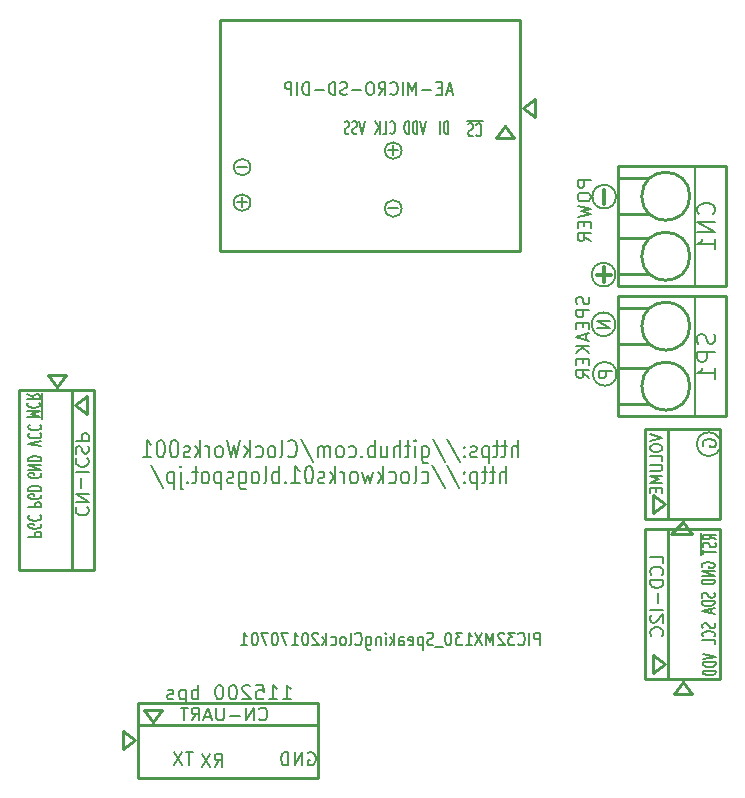
<source format=gbo>
G04 #@! TF.FileFunction,Legend,Bot*
%FSLAX46Y46*%
G04 Gerber Fmt 4.6, Leading zero omitted, Abs format (unit mm)*
G04 Created by KiCad (PCBNEW 4.0.1-stable) date 2017/06/24 18:36:10*
%MOMM*%
G01*
G04 APERTURE LIST*
%ADD10C,0.100000*%
%ADD11C,0.170000*%
%ADD12C,0.200000*%
%ADD13C,0.300000*%
%ADD14C,0.250000*%
%ADD15C,0.150000*%
%ADD16C,0.254000*%
%ADD17C,0.180000*%
G04 APERTURE END LIST*
D10*
D11*
X154421429Y-133497619D02*
X154421429Y-132397619D01*
X154078572Y-132397619D01*
X153992858Y-132450000D01*
X153950001Y-132502381D01*
X153907144Y-132607143D01*
X153907144Y-132764286D01*
X153950001Y-132869048D01*
X153992858Y-132921429D01*
X154078572Y-132973810D01*
X154421429Y-132973810D01*
X153521429Y-133497619D02*
X153521429Y-132397619D01*
X152578573Y-133392857D02*
X152621430Y-133445238D01*
X152750001Y-133497619D01*
X152835715Y-133497619D01*
X152964287Y-133445238D01*
X153050001Y-133340476D01*
X153092858Y-133235714D01*
X153135715Y-133026190D01*
X153135715Y-132869048D01*
X153092858Y-132659524D01*
X153050001Y-132554762D01*
X152964287Y-132450000D01*
X152835715Y-132397619D01*
X152750001Y-132397619D01*
X152621430Y-132450000D01*
X152578573Y-132502381D01*
X152278573Y-132397619D02*
X151721430Y-132397619D01*
X152021430Y-132816667D01*
X151892858Y-132816667D01*
X151807144Y-132869048D01*
X151764287Y-132921429D01*
X151721430Y-133026190D01*
X151721430Y-133288095D01*
X151764287Y-133392857D01*
X151807144Y-133445238D01*
X151892858Y-133497619D01*
X152150001Y-133497619D01*
X152235715Y-133445238D01*
X152278573Y-133392857D01*
X151378572Y-132502381D02*
X151335715Y-132450000D01*
X151250001Y-132397619D01*
X151035715Y-132397619D01*
X150950001Y-132450000D01*
X150907144Y-132502381D01*
X150864287Y-132607143D01*
X150864287Y-132711905D01*
X150907144Y-132869048D01*
X151421430Y-133497619D01*
X150864287Y-133497619D01*
X150478572Y-133497619D02*
X150478572Y-132397619D01*
X150178572Y-133183333D01*
X149878572Y-132397619D01*
X149878572Y-133497619D01*
X149535716Y-132397619D02*
X148935716Y-133497619D01*
X148935716Y-132397619D02*
X149535716Y-133497619D01*
X148121430Y-133497619D02*
X148635715Y-133497619D01*
X148378573Y-133497619D02*
X148378573Y-132397619D01*
X148464287Y-132554762D01*
X148550001Y-132659524D01*
X148635715Y-132711905D01*
X147821430Y-132397619D02*
X147264287Y-132397619D01*
X147564287Y-132816667D01*
X147435715Y-132816667D01*
X147350001Y-132869048D01*
X147307144Y-132921429D01*
X147264287Y-133026190D01*
X147264287Y-133288095D01*
X147307144Y-133392857D01*
X147350001Y-133445238D01*
X147435715Y-133497619D01*
X147692858Y-133497619D01*
X147778572Y-133445238D01*
X147821430Y-133392857D01*
X146707144Y-132397619D02*
X146621429Y-132397619D01*
X146535715Y-132450000D01*
X146492858Y-132502381D01*
X146450001Y-132607143D01*
X146407144Y-132816667D01*
X146407144Y-133078571D01*
X146450001Y-133288095D01*
X146492858Y-133392857D01*
X146535715Y-133445238D01*
X146621429Y-133497619D01*
X146707144Y-133497619D01*
X146792858Y-133445238D01*
X146835715Y-133392857D01*
X146878572Y-133288095D01*
X146921429Y-133078571D01*
X146921429Y-132816667D01*
X146878572Y-132607143D01*
X146835715Y-132502381D01*
X146792858Y-132450000D01*
X146707144Y-132397619D01*
X146235715Y-133602381D02*
X145550001Y-133602381D01*
X145378572Y-133445238D02*
X145250001Y-133497619D01*
X145035715Y-133497619D01*
X144950001Y-133445238D01*
X144907144Y-133392857D01*
X144864287Y-133288095D01*
X144864287Y-133183333D01*
X144907144Y-133078571D01*
X144950001Y-133026190D01*
X145035715Y-132973810D01*
X145207144Y-132921429D01*
X145292858Y-132869048D01*
X145335715Y-132816667D01*
X145378572Y-132711905D01*
X145378572Y-132607143D01*
X145335715Y-132502381D01*
X145292858Y-132450000D01*
X145207144Y-132397619D01*
X144992858Y-132397619D01*
X144864287Y-132450000D01*
X144478572Y-132764286D02*
X144478572Y-133864286D01*
X144478572Y-132816667D02*
X144392858Y-132764286D01*
X144221429Y-132764286D01*
X144135715Y-132816667D01*
X144092858Y-132869048D01*
X144050001Y-132973810D01*
X144050001Y-133288095D01*
X144092858Y-133392857D01*
X144135715Y-133445238D01*
X144221429Y-133497619D01*
X144392858Y-133497619D01*
X144478572Y-133445238D01*
X143321429Y-133445238D02*
X143407143Y-133497619D01*
X143578572Y-133497619D01*
X143664286Y-133445238D01*
X143707143Y-133340476D01*
X143707143Y-132921429D01*
X143664286Y-132816667D01*
X143578572Y-132764286D01*
X143407143Y-132764286D01*
X143321429Y-132816667D01*
X143278572Y-132921429D01*
X143278572Y-133026190D01*
X143707143Y-133130952D01*
X142507143Y-133497619D02*
X142507143Y-132921429D01*
X142550000Y-132816667D01*
X142635714Y-132764286D01*
X142807143Y-132764286D01*
X142892857Y-132816667D01*
X142507143Y-133445238D02*
X142592857Y-133497619D01*
X142807143Y-133497619D01*
X142892857Y-133445238D01*
X142935714Y-133340476D01*
X142935714Y-133235714D01*
X142892857Y-133130952D01*
X142807143Y-133078571D01*
X142592857Y-133078571D01*
X142507143Y-133026190D01*
X142078571Y-133497619D02*
X142078571Y-132397619D01*
X141992857Y-133078571D02*
X141735714Y-133497619D01*
X141735714Y-132764286D02*
X142078571Y-133183333D01*
X141350000Y-133497619D02*
X141350000Y-132764286D01*
X141350000Y-132397619D02*
X141392857Y-132450000D01*
X141350000Y-132502381D01*
X141307143Y-132450000D01*
X141350000Y-132397619D01*
X141350000Y-132502381D01*
X140921429Y-132764286D02*
X140921429Y-133497619D01*
X140921429Y-132869048D02*
X140878572Y-132816667D01*
X140792858Y-132764286D01*
X140664286Y-132764286D01*
X140578572Y-132816667D01*
X140535715Y-132921429D01*
X140535715Y-133497619D01*
X139721429Y-132764286D02*
X139721429Y-133654762D01*
X139764286Y-133759524D01*
X139807143Y-133811905D01*
X139892858Y-133864286D01*
X140021429Y-133864286D01*
X140107143Y-133811905D01*
X139721429Y-133445238D02*
X139807143Y-133497619D01*
X139978572Y-133497619D01*
X140064286Y-133445238D01*
X140107143Y-133392857D01*
X140150000Y-133288095D01*
X140150000Y-132973810D01*
X140107143Y-132869048D01*
X140064286Y-132816667D01*
X139978572Y-132764286D01*
X139807143Y-132764286D01*
X139721429Y-132816667D01*
X138778572Y-133392857D02*
X138821429Y-133445238D01*
X138950000Y-133497619D01*
X139035714Y-133497619D01*
X139164286Y-133445238D01*
X139250000Y-133340476D01*
X139292857Y-133235714D01*
X139335714Y-133026190D01*
X139335714Y-132869048D01*
X139292857Y-132659524D01*
X139250000Y-132554762D01*
X139164286Y-132450000D01*
X139035714Y-132397619D01*
X138950000Y-132397619D01*
X138821429Y-132450000D01*
X138778572Y-132502381D01*
X138264286Y-133497619D02*
X138350000Y-133445238D01*
X138392857Y-133340476D01*
X138392857Y-132397619D01*
X137792857Y-133497619D02*
X137878571Y-133445238D01*
X137921428Y-133392857D01*
X137964285Y-133288095D01*
X137964285Y-132973810D01*
X137921428Y-132869048D01*
X137878571Y-132816667D01*
X137792857Y-132764286D01*
X137664285Y-132764286D01*
X137578571Y-132816667D01*
X137535714Y-132869048D01*
X137492857Y-132973810D01*
X137492857Y-133288095D01*
X137535714Y-133392857D01*
X137578571Y-133445238D01*
X137664285Y-133497619D01*
X137792857Y-133497619D01*
X136721428Y-133445238D02*
X136807142Y-133497619D01*
X136978571Y-133497619D01*
X137064285Y-133445238D01*
X137107142Y-133392857D01*
X137149999Y-133288095D01*
X137149999Y-132973810D01*
X137107142Y-132869048D01*
X137064285Y-132816667D01*
X136978571Y-132764286D01*
X136807142Y-132764286D01*
X136721428Y-132816667D01*
X136335713Y-133497619D02*
X136335713Y-132397619D01*
X136249999Y-133078571D02*
X135992856Y-133497619D01*
X135992856Y-132764286D02*
X136335713Y-133183333D01*
X135649999Y-132502381D02*
X135607142Y-132450000D01*
X135521428Y-132397619D01*
X135307142Y-132397619D01*
X135221428Y-132450000D01*
X135178571Y-132502381D01*
X135135714Y-132607143D01*
X135135714Y-132711905D01*
X135178571Y-132869048D01*
X135692857Y-133497619D01*
X135135714Y-133497619D01*
X134578571Y-132397619D02*
X134492856Y-132397619D01*
X134407142Y-132450000D01*
X134364285Y-132502381D01*
X134321428Y-132607143D01*
X134278571Y-132816667D01*
X134278571Y-133078571D01*
X134321428Y-133288095D01*
X134364285Y-133392857D01*
X134407142Y-133445238D01*
X134492856Y-133497619D01*
X134578571Y-133497619D01*
X134664285Y-133445238D01*
X134707142Y-133392857D01*
X134749999Y-133288095D01*
X134792856Y-133078571D01*
X134792856Y-132816667D01*
X134749999Y-132607143D01*
X134707142Y-132502381D01*
X134664285Y-132450000D01*
X134578571Y-132397619D01*
X133421428Y-133497619D02*
X133935713Y-133497619D01*
X133678571Y-133497619D02*
X133678571Y-132397619D01*
X133764285Y-132554762D01*
X133849999Y-132659524D01*
X133935713Y-132711905D01*
X133121428Y-132397619D02*
X132521428Y-132397619D01*
X132907142Y-133497619D01*
X132007142Y-132397619D02*
X131921427Y-132397619D01*
X131835713Y-132450000D01*
X131792856Y-132502381D01*
X131749999Y-132607143D01*
X131707142Y-132816667D01*
X131707142Y-133078571D01*
X131749999Y-133288095D01*
X131792856Y-133392857D01*
X131835713Y-133445238D01*
X131921427Y-133497619D01*
X132007142Y-133497619D01*
X132092856Y-133445238D01*
X132135713Y-133392857D01*
X132178570Y-133288095D01*
X132221427Y-133078571D01*
X132221427Y-132816667D01*
X132178570Y-132607143D01*
X132135713Y-132502381D01*
X132092856Y-132450000D01*
X132007142Y-132397619D01*
X131407142Y-132397619D02*
X130807142Y-132397619D01*
X131192856Y-133497619D01*
X130292856Y-132397619D02*
X130207141Y-132397619D01*
X130121427Y-132450000D01*
X130078570Y-132502381D01*
X130035713Y-132607143D01*
X129992856Y-132816667D01*
X129992856Y-133078571D01*
X130035713Y-133288095D01*
X130078570Y-133392857D01*
X130121427Y-133445238D01*
X130207141Y-133497619D01*
X130292856Y-133497619D01*
X130378570Y-133445238D01*
X130421427Y-133392857D01*
X130464284Y-133288095D01*
X130507141Y-133078571D01*
X130507141Y-132816667D01*
X130464284Y-132607143D01*
X130421427Y-132502381D01*
X130378570Y-132450000D01*
X130292856Y-132397619D01*
X129135713Y-133497619D02*
X129649998Y-133497619D01*
X129392856Y-133497619D02*
X129392856Y-132397619D01*
X129478570Y-132554762D01*
X129564284Y-132659524D01*
X129649998Y-132711905D01*
D12*
X129900000Y-93000000D02*
G75*
G03X129900000Y-93000000I-700000J0D01*
G01*
X129900000Y-96000000D02*
G75*
G03X129900000Y-96000000I-700000J0D01*
G01*
X129619047Y-95978571D02*
X128780952Y-95978571D01*
X129200000Y-96397619D02*
X129200000Y-95559524D01*
X129619047Y-92978571D02*
X128780952Y-92978571D01*
D11*
X111102381Y-124283333D02*
X112202381Y-124283333D01*
X112202381Y-124016667D01*
X112150000Y-123950000D01*
X112097619Y-123916667D01*
X111992857Y-123883333D01*
X111835714Y-123883333D01*
X111730952Y-123916667D01*
X111678571Y-123950000D01*
X111626190Y-124016667D01*
X111626190Y-124283333D01*
X112150000Y-123216667D02*
X112202381Y-123283333D01*
X112202381Y-123383333D01*
X112150000Y-123483333D01*
X112045238Y-123550000D01*
X111940476Y-123583333D01*
X111730952Y-123616667D01*
X111573810Y-123616667D01*
X111364286Y-123583333D01*
X111259524Y-123550000D01*
X111154762Y-123483333D01*
X111102381Y-123383333D01*
X111102381Y-123316667D01*
X111154762Y-123216667D01*
X111207143Y-123183333D01*
X111573810Y-123183333D01*
X111573810Y-123316667D01*
X111207143Y-122483333D02*
X111154762Y-122516667D01*
X111102381Y-122616667D01*
X111102381Y-122683333D01*
X111154762Y-122783333D01*
X111259524Y-122850000D01*
X111364286Y-122883333D01*
X111573810Y-122916667D01*
X111730952Y-122916667D01*
X111940476Y-122883333D01*
X112045238Y-122850000D01*
X112150000Y-122783333D01*
X112202381Y-122683333D01*
X112202381Y-122616667D01*
X112150000Y-122516667D01*
X112097619Y-122483333D01*
X111102381Y-121783333D02*
X112202381Y-121783333D01*
X112202381Y-121516667D01*
X112150000Y-121450000D01*
X112097619Y-121416667D01*
X111992857Y-121383333D01*
X111835714Y-121383333D01*
X111730952Y-121416667D01*
X111678571Y-121450000D01*
X111626190Y-121516667D01*
X111626190Y-121783333D01*
X112150000Y-120716667D02*
X112202381Y-120783333D01*
X112202381Y-120883333D01*
X112150000Y-120983333D01*
X112045238Y-121050000D01*
X111940476Y-121083333D01*
X111730952Y-121116667D01*
X111573810Y-121116667D01*
X111364286Y-121083333D01*
X111259524Y-121050000D01*
X111154762Y-120983333D01*
X111102381Y-120883333D01*
X111102381Y-120816667D01*
X111154762Y-120716667D01*
X111207143Y-120683333D01*
X111573810Y-120683333D01*
X111573810Y-120816667D01*
X111102381Y-120383333D02*
X112202381Y-120383333D01*
X112202381Y-120216667D01*
X112150000Y-120116667D01*
X112045238Y-120050000D01*
X111940476Y-120016667D01*
X111730952Y-119983333D01*
X111573810Y-119983333D01*
X111364286Y-120016667D01*
X111259524Y-120050000D01*
X111154762Y-120116667D01*
X111102381Y-120216667D01*
X111102381Y-120383333D01*
X112150000Y-118933333D02*
X112202381Y-118999999D01*
X112202381Y-119099999D01*
X112150000Y-119199999D01*
X112045238Y-119266666D01*
X111940476Y-119299999D01*
X111730952Y-119333333D01*
X111573810Y-119333333D01*
X111364286Y-119299999D01*
X111259524Y-119266666D01*
X111154762Y-119199999D01*
X111102381Y-119099999D01*
X111102381Y-119033333D01*
X111154762Y-118933333D01*
X111207143Y-118899999D01*
X111573810Y-118899999D01*
X111573810Y-119033333D01*
X111102381Y-118599999D02*
X112202381Y-118599999D01*
X111102381Y-118199999D01*
X112202381Y-118199999D01*
X111102381Y-117866666D02*
X112202381Y-117866666D01*
X112202381Y-117700000D01*
X112150000Y-117600000D01*
X112045238Y-117533333D01*
X111940476Y-117500000D01*
X111730952Y-117466666D01*
X111573810Y-117466666D01*
X111364286Y-117500000D01*
X111259524Y-117533333D01*
X111154762Y-117600000D01*
X111102381Y-117700000D01*
X111102381Y-117866666D01*
X112202381Y-116633333D02*
X111102381Y-116400000D01*
X112202381Y-116166667D01*
X111207143Y-115533333D02*
X111154762Y-115566667D01*
X111102381Y-115666667D01*
X111102381Y-115733333D01*
X111154762Y-115833333D01*
X111259524Y-115900000D01*
X111364286Y-115933333D01*
X111573810Y-115966667D01*
X111730952Y-115966667D01*
X111940476Y-115933333D01*
X112045238Y-115900000D01*
X112150000Y-115833333D01*
X112202381Y-115733333D01*
X112202381Y-115666667D01*
X112150000Y-115566667D01*
X112097619Y-115533333D01*
X111207143Y-114833333D02*
X111154762Y-114866667D01*
X111102381Y-114966667D01*
X111102381Y-115033333D01*
X111154762Y-115133333D01*
X111259524Y-115200000D01*
X111364286Y-115233333D01*
X111573810Y-115266667D01*
X111730952Y-115266667D01*
X111940476Y-115233333D01*
X112045238Y-115200000D01*
X112150000Y-115133333D01*
X112202381Y-115033333D01*
X112202381Y-114966667D01*
X112150000Y-114866667D01*
X112097619Y-114833333D01*
X111002381Y-114133333D02*
X112102381Y-114133333D01*
X111316667Y-113900000D01*
X112102381Y-113666667D01*
X111002381Y-113666667D01*
X111107143Y-112933333D02*
X111054762Y-112966667D01*
X111002381Y-113066667D01*
X111002381Y-113133333D01*
X111054762Y-113233333D01*
X111159524Y-113300000D01*
X111264286Y-113333333D01*
X111473810Y-113366667D01*
X111630952Y-113366667D01*
X111840476Y-113333333D01*
X111945238Y-113300000D01*
X112050000Y-113233333D01*
X112102381Y-113133333D01*
X112102381Y-113066667D01*
X112050000Y-112966667D01*
X111997619Y-112933333D01*
X111002381Y-112233333D02*
X111526190Y-112466667D01*
X111002381Y-112633333D02*
X112102381Y-112633333D01*
X112102381Y-112366667D01*
X112050000Y-112300000D01*
X111997619Y-112266667D01*
X111892857Y-112233333D01*
X111735714Y-112233333D01*
X111630952Y-112266667D01*
X111578571Y-112300000D01*
X111526190Y-112366667D01*
X111526190Y-112633333D01*
X112292000Y-114300000D02*
X112292000Y-112100000D01*
D12*
X142707107Y-96500000D02*
G75*
G03X142707107Y-96500000I-707107J0D01*
G01*
X142700000Y-91600000D02*
G75*
G03X142700000Y-91600000I-700000J0D01*
G01*
X142419047Y-91578571D02*
X141580952Y-91578571D01*
X142000000Y-91997619D02*
X142000000Y-91159524D01*
X142419047Y-96478571D02*
X141580952Y-96478571D01*
D11*
X139600000Y-89097619D02*
X139366667Y-90197619D01*
X139133334Y-89097619D01*
X138933334Y-90145238D02*
X138833334Y-90197619D01*
X138666667Y-90197619D01*
X138600000Y-90145238D01*
X138566667Y-90092857D01*
X138533334Y-89988095D01*
X138533334Y-89883333D01*
X138566667Y-89778571D01*
X138600000Y-89726190D01*
X138666667Y-89673810D01*
X138800000Y-89621429D01*
X138866667Y-89569048D01*
X138900000Y-89516667D01*
X138933334Y-89411905D01*
X138933334Y-89307143D01*
X138900000Y-89202381D01*
X138866667Y-89150000D01*
X138800000Y-89097619D01*
X138633334Y-89097619D01*
X138533334Y-89150000D01*
X138266667Y-90145238D02*
X138166667Y-90197619D01*
X138000000Y-90197619D01*
X137933333Y-90145238D01*
X137900000Y-90092857D01*
X137866667Y-89988095D01*
X137866667Y-89883333D01*
X137900000Y-89778571D01*
X137933333Y-89726190D01*
X138000000Y-89673810D01*
X138133333Y-89621429D01*
X138200000Y-89569048D01*
X138233333Y-89516667D01*
X138266667Y-89411905D01*
X138266667Y-89307143D01*
X138233333Y-89202381D01*
X138200000Y-89150000D01*
X138133333Y-89097619D01*
X137966667Y-89097619D01*
X137866667Y-89150000D01*
X141716666Y-90092857D02*
X141750000Y-90145238D01*
X141850000Y-90197619D01*
X141916666Y-90197619D01*
X142016666Y-90145238D01*
X142083333Y-90040476D01*
X142116666Y-89935714D01*
X142150000Y-89726190D01*
X142150000Y-89569048D01*
X142116666Y-89359524D01*
X142083333Y-89254762D01*
X142016666Y-89150000D01*
X141916666Y-89097619D01*
X141850000Y-89097619D01*
X141750000Y-89150000D01*
X141716666Y-89202381D01*
X141083333Y-90197619D02*
X141416666Y-90197619D01*
X141416666Y-89097619D01*
X140849999Y-90197619D02*
X140849999Y-89097619D01*
X140449999Y-90197619D02*
X140749999Y-89569048D01*
X140449999Y-89097619D02*
X140849999Y-89726190D01*
X144733333Y-89097619D02*
X144500000Y-90197619D01*
X144266667Y-89097619D01*
X144033333Y-90197619D02*
X144033333Y-89097619D01*
X143866667Y-89097619D01*
X143766667Y-89150000D01*
X143700000Y-89254762D01*
X143666667Y-89359524D01*
X143633333Y-89569048D01*
X143633333Y-89726190D01*
X143666667Y-89935714D01*
X143700000Y-90040476D01*
X143766667Y-90145238D01*
X143866667Y-90197619D01*
X144033333Y-90197619D01*
X143333333Y-90197619D02*
X143333333Y-89097619D01*
X143166667Y-89097619D01*
X143066667Y-89150000D01*
X143000000Y-89254762D01*
X142966667Y-89359524D01*
X142933333Y-89569048D01*
X142933333Y-89726190D01*
X142966667Y-89935714D01*
X143000000Y-90040476D01*
X143066667Y-90145238D01*
X143166667Y-90197619D01*
X143333333Y-90197619D01*
X146649999Y-90197619D02*
X146649999Y-89097619D01*
X146483333Y-89097619D01*
X146383333Y-89150000D01*
X146316666Y-89254762D01*
X146283333Y-89359524D01*
X146249999Y-89569048D01*
X146249999Y-89726190D01*
X146283333Y-89935714D01*
X146316666Y-90040476D01*
X146383333Y-90145238D01*
X146483333Y-90197619D01*
X146649999Y-90197619D01*
X145949999Y-90197619D02*
X145949999Y-89097619D01*
X149016666Y-90292857D02*
X149050000Y-90345238D01*
X149150000Y-90397619D01*
X149216666Y-90397619D01*
X149316666Y-90345238D01*
X149383333Y-90240476D01*
X149416666Y-90135714D01*
X149450000Y-89926190D01*
X149450000Y-89769048D01*
X149416666Y-89559524D01*
X149383333Y-89454762D01*
X149316666Y-89350000D01*
X149216666Y-89297619D01*
X149150000Y-89297619D01*
X149050000Y-89350000D01*
X149016666Y-89402381D01*
X148750000Y-90345238D02*
X148650000Y-90397619D01*
X148483333Y-90397619D01*
X148416666Y-90345238D01*
X148383333Y-90292857D01*
X148350000Y-90188095D01*
X148350000Y-90083333D01*
X148383333Y-89978571D01*
X148416666Y-89926190D01*
X148483333Y-89873810D01*
X148616666Y-89821429D01*
X148683333Y-89769048D01*
X148716666Y-89716667D01*
X148750000Y-89611905D01*
X148750000Y-89507143D01*
X148716666Y-89402381D01*
X148683333Y-89350000D01*
X148616666Y-89297619D01*
X148450000Y-89297619D01*
X148350000Y-89350000D01*
X149583333Y-89108000D02*
X148216666Y-89108000D01*
X169297619Y-124516667D02*
X168773810Y-124283333D01*
X169297619Y-124116667D02*
X168197619Y-124116667D01*
X168197619Y-124383333D01*
X168250000Y-124450000D01*
X168302381Y-124483333D01*
X168407143Y-124516667D01*
X168564286Y-124516667D01*
X168669048Y-124483333D01*
X168721429Y-124450000D01*
X168773810Y-124383333D01*
X168773810Y-124116667D01*
X169245238Y-124783333D02*
X169297619Y-124883333D01*
X169297619Y-125050000D01*
X169245238Y-125116667D01*
X169192857Y-125150000D01*
X169088095Y-125183333D01*
X168983333Y-125183333D01*
X168878571Y-125150000D01*
X168826190Y-125116667D01*
X168773810Y-125050000D01*
X168721429Y-124916667D01*
X168669048Y-124850000D01*
X168616667Y-124816667D01*
X168511905Y-124783333D01*
X168407143Y-124783333D01*
X168302381Y-124816667D01*
X168250000Y-124850000D01*
X168197619Y-124916667D01*
X168197619Y-125083333D01*
X168250000Y-125183333D01*
X168197619Y-125383334D02*
X168197619Y-125783334D01*
X169297619Y-125583334D02*
X168197619Y-125583334D01*
X168008000Y-123950000D02*
X168008000Y-125850000D01*
X168150000Y-126866667D02*
X168097619Y-126800001D01*
X168097619Y-126700001D01*
X168150000Y-126600001D01*
X168254762Y-126533334D01*
X168359524Y-126500001D01*
X168569048Y-126466667D01*
X168726190Y-126466667D01*
X168935714Y-126500001D01*
X169040476Y-126533334D01*
X169145238Y-126600001D01*
X169197619Y-126700001D01*
X169197619Y-126766667D01*
X169145238Y-126866667D01*
X169092857Y-126900001D01*
X168726190Y-126900001D01*
X168726190Y-126766667D01*
X169197619Y-127200001D02*
X168097619Y-127200001D01*
X169197619Y-127600001D01*
X168097619Y-127600001D01*
X169197619Y-127933334D02*
X168097619Y-127933334D01*
X168097619Y-128100000D01*
X168150000Y-128200000D01*
X168254762Y-128266667D01*
X168359524Y-128300000D01*
X168569048Y-128333334D01*
X168726190Y-128333334D01*
X168935714Y-128300000D01*
X169040476Y-128266667D01*
X169145238Y-128200000D01*
X169197619Y-128100000D01*
X169197619Y-127933334D01*
X169145238Y-129050000D02*
X169197619Y-129150000D01*
X169197619Y-129316667D01*
X169145238Y-129383334D01*
X169092857Y-129416667D01*
X168988095Y-129450000D01*
X168883333Y-129450000D01*
X168778571Y-129416667D01*
X168726190Y-129383334D01*
X168673810Y-129316667D01*
X168621429Y-129183334D01*
X168569048Y-129116667D01*
X168516667Y-129083334D01*
X168411905Y-129050000D01*
X168307143Y-129050000D01*
X168202381Y-129083334D01*
X168150000Y-129116667D01*
X168097619Y-129183334D01*
X168097619Y-129350000D01*
X168150000Y-129450000D01*
X169197619Y-129750001D02*
X168097619Y-129750001D01*
X168097619Y-129916667D01*
X168150000Y-130016667D01*
X168254762Y-130083334D01*
X168359524Y-130116667D01*
X168569048Y-130150001D01*
X168726190Y-130150001D01*
X168935714Y-130116667D01*
X169040476Y-130083334D01*
X169145238Y-130016667D01*
X169197619Y-129916667D01*
X169197619Y-129750001D01*
X168883333Y-130416667D02*
X168883333Y-130750001D01*
X169197619Y-130350001D02*
X168097619Y-130583334D01*
X169197619Y-130816667D01*
X169195238Y-131616666D02*
X169247619Y-131716666D01*
X169247619Y-131883333D01*
X169195238Y-131950000D01*
X169142857Y-131983333D01*
X169038095Y-132016666D01*
X168933333Y-132016666D01*
X168828571Y-131983333D01*
X168776190Y-131950000D01*
X168723810Y-131883333D01*
X168671429Y-131750000D01*
X168619048Y-131683333D01*
X168566667Y-131650000D01*
X168461905Y-131616666D01*
X168357143Y-131616666D01*
X168252381Y-131650000D01*
X168200000Y-131683333D01*
X168147619Y-131750000D01*
X168147619Y-131916666D01*
X168200000Y-132016666D01*
X169142857Y-132716667D02*
X169195238Y-132683333D01*
X169247619Y-132583333D01*
X169247619Y-132516667D01*
X169195238Y-132416667D01*
X169090476Y-132350000D01*
X168985714Y-132316667D01*
X168776190Y-132283333D01*
X168619048Y-132283333D01*
X168409524Y-132316667D01*
X168304762Y-132350000D01*
X168200000Y-132416667D01*
X168147619Y-132516667D01*
X168147619Y-132583333D01*
X168200000Y-132683333D01*
X168252381Y-132716667D01*
X169247619Y-133350000D02*
X169247619Y-133016667D01*
X168147619Y-133016667D01*
X168197619Y-134216667D02*
X169297619Y-134450000D01*
X168197619Y-134683333D01*
X169297619Y-134916667D02*
X168197619Y-134916667D01*
X168197619Y-135083333D01*
X168250000Y-135183333D01*
X168354762Y-135250000D01*
X168459524Y-135283333D01*
X168669048Y-135316667D01*
X168826190Y-135316667D01*
X169035714Y-135283333D01*
X169140476Y-135250000D01*
X169245238Y-135183333D01*
X169297619Y-135083333D01*
X169297619Y-134916667D01*
X169297619Y-135616667D02*
X168197619Y-135616667D01*
X168197619Y-135783333D01*
X168250000Y-135883333D01*
X168354762Y-135950000D01*
X168459524Y-135983333D01*
X168669048Y-136016667D01*
X168826190Y-136016667D01*
X169035714Y-135983333D01*
X169140476Y-135950000D01*
X169245238Y-135883333D01*
X169297619Y-135783333D01*
X169297619Y-135616667D01*
D12*
X134788095Y-142600000D02*
X134892857Y-142547619D01*
X135050000Y-142547619D01*
X135207142Y-142600000D01*
X135311904Y-142704762D01*
X135364285Y-142809524D01*
X135416666Y-143019048D01*
X135416666Y-143176190D01*
X135364285Y-143385714D01*
X135311904Y-143490476D01*
X135207142Y-143595238D01*
X135050000Y-143647619D01*
X134945238Y-143647619D01*
X134788095Y-143595238D01*
X134735714Y-143542857D01*
X134735714Y-143176190D01*
X134945238Y-143176190D01*
X134264285Y-143647619D02*
X134264285Y-142547619D01*
X133635714Y-143647619D01*
X133635714Y-142547619D01*
X133111904Y-143647619D02*
X133111904Y-142547619D01*
X132849999Y-142547619D01*
X132692857Y-142600000D01*
X132588095Y-142704762D01*
X132535714Y-142809524D01*
X132483333Y-143019048D01*
X132483333Y-143176190D01*
X132535714Y-143385714D01*
X132588095Y-143490476D01*
X132692857Y-143595238D01*
X132849999Y-143647619D01*
X133111904Y-143647619D01*
X126883333Y-143747619D02*
X127249999Y-143223810D01*
X127511904Y-143747619D02*
X127511904Y-142647619D01*
X127092857Y-142647619D01*
X126988095Y-142700000D01*
X126935714Y-142752381D01*
X126883333Y-142857143D01*
X126883333Y-143014286D01*
X126935714Y-143119048D01*
X126988095Y-143171429D01*
X127092857Y-143223810D01*
X127511904Y-143223810D01*
X126516666Y-142647619D02*
X125783333Y-143747619D01*
X125783333Y-142647619D02*
X126516666Y-143747619D01*
X125038095Y-142547619D02*
X124409524Y-142547619D01*
X124723809Y-143647619D02*
X124723809Y-142547619D01*
X124147619Y-142547619D02*
X123414286Y-143647619D01*
X123414286Y-142547619D02*
X124147619Y-143647619D01*
X152528571Y-117578571D02*
X152528571Y-116078571D01*
X152014285Y-117578571D02*
X152014285Y-116792857D01*
X152071428Y-116650000D01*
X152185714Y-116578571D01*
X152357142Y-116578571D01*
X152471428Y-116650000D01*
X152528571Y-116721429D01*
X151614285Y-116578571D02*
X151157142Y-116578571D01*
X151442857Y-116078571D02*
X151442857Y-117364286D01*
X151385714Y-117507143D01*
X151271428Y-117578571D01*
X151157142Y-117578571D01*
X150928571Y-116578571D02*
X150471428Y-116578571D01*
X150757143Y-116078571D02*
X150757143Y-117364286D01*
X150700000Y-117507143D01*
X150585714Y-117578571D01*
X150471428Y-117578571D01*
X150071429Y-116578571D02*
X150071429Y-118078571D01*
X150071429Y-116650000D02*
X149957143Y-116578571D01*
X149728572Y-116578571D01*
X149614286Y-116650000D01*
X149557143Y-116721429D01*
X149500000Y-116864286D01*
X149500000Y-117292857D01*
X149557143Y-117435714D01*
X149614286Y-117507143D01*
X149728572Y-117578571D01*
X149957143Y-117578571D01*
X150071429Y-117507143D01*
X149042858Y-117507143D02*
X148928572Y-117578571D01*
X148700000Y-117578571D01*
X148585715Y-117507143D01*
X148528572Y-117364286D01*
X148528572Y-117292857D01*
X148585715Y-117150000D01*
X148700000Y-117078571D01*
X148871429Y-117078571D01*
X148985715Y-117007143D01*
X149042858Y-116864286D01*
X149042858Y-116792857D01*
X148985715Y-116650000D01*
X148871429Y-116578571D01*
X148700000Y-116578571D01*
X148585715Y-116650000D01*
X148014286Y-117435714D02*
X147957143Y-117507143D01*
X148014286Y-117578571D01*
X148071429Y-117507143D01*
X148014286Y-117435714D01*
X148014286Y-117578571D01*
X148014286Y-116650000D02*
X147957143Y-116721429D01*
X148014286Y-116792857D01*
X148071429Y-116721429D01*
X148014286Y-116650000D01*
X148014286Y-116792857D01*
X146585714Y-116007143D02*
X147614285Y-117935714D01*
X145328571Y-116007143D02*
X146357142Y-117935714D01*
X144414285Y-116578571D02*
X144414285Y-117792857D01*
X144471428Y-117935714D01*
X144528571Y-118007143D01*
X144642856Y-118078571D01*
X144814285Y-118078571D01*
X144928571Y-118007143D01*
X144414285Y-117507143D02*
X144528571Y-117578571D01*
X144757142Y-117578571D01*
X144871428Y-117507143D01*
X144928571Y-117435714D01*
X144985714Y-117292857D01*
X144985714Y-116864286D01*
X144928571Y-116721429D01*
X144871428Y-116650000D01*
X144757142Y-116578571D01*
X144528571Y-116578571D01*
X144414285Y-116650000D01*
X143842857Y-117578571D02*
X143842857Y-116578571D01*
X143842857Y-116078571D02*
X143900000Y-116150000D01*
X143842857Y-116221429D01*
X143785714Y-116150000D01*
X143842857Y-116078571D01*
X143842857Y-116221429D01*
X143442856Y-116578571D02*
X142985713Y-116578571D01*
X143271428Y-116078571D02*
X143271428Y-117364286D01*
X143214285Y-117507143D01*
X143099999Y-117578571D01*
X142985713Y-117578571D01*
X142585714Y-117578571D02*
X142585714Y-116078571D01*
X142071428Y-117578571D02*
X142071428Y-116792857D01*
X142128571Y-116650000D01*
X142242857Y-116578571D01*
X142414285Y-116578571D01*
X142528571Y-116650000D01*
X142585714Y-116721429D01*
X140985714Y-116578571D02*
X140985714Y-117578571D01*
X141500000Y-116578571D02*
X141500000Y-117364286D01*
X141442857Y-117507143D01*
X141328571Y-117578571D01*
X141157143Y-117578571D01*
X141042857Y-117507143D01*
X140985714Y-117435714D01*
X140414286Y-117578571D02*
X140414286Y-116078571D01*
X140414286Y-116650000D02*
X140300000Y-116578571D01*
X140071429Y-116578571D01*
X139957143Y-116650000D01*
X139900000Y-116721429D01*
X139842857Y-116864286D01*
X139842857Y-117292857D01*
X139900000Y-117435714D01*
X139957143Y-117507143D01*
X140071429Y-117578571D01*
X140300000Y-117578571D01*
X140414286Y-117507143D01*
X139328572Y-117435714D02*
X139271429Y-117507143D01*
X139328572Y-117578571D01*
X139385715Y-117507143D01*
X139328572Y-117435714D01*
X139328572Y-117578571D01*
X138242857Y-117507143D02*
X138357143Y-117578571D01*
X138585714Y-117578571D01*
X138700000Y-117507143D01*
X138757143Y-117435714D01*
X138814286Y-117292857D01*
X138814286Y-116864286D01*
X138757143Y-116721429D01*
X138700000Y-116650000D01*
X138585714Y-116578571D01*
X138357143Y-116578571D01*
X138242857Y-116650000D01*
X137557143Y-117578571D02*
X137671429Y-117507143D01*
X137728572Y-117435714D01*
X137785715Y-117292857D01*
X137785715Y-116864286D01*
X137728572Y-116721429D01*
X137671429Y-116650000D01*
X137557143Y-116578571D01*
X137385715Y-116578571D01*
X137271429Y-116650000D01*
X137214286Y-116721429D01*
X137157143Y-116864286D01*
X137157143Y-117292857D01*
X137214286Y-117435714D01*
X137271429Y-117507143D01*
X137385715Y-117578571D01*
X137557143Y-117578571D01*
X136642858Y-117578571D02*
X136642858Y-116578571D01*
X136642858Y-116721429D02*
X136585715Y-116650000D01*
X136471429Y-116578571D01*
X136300001Y-116578571D01*
X136185715Y-116650000D01*
X136128572Y-116792857D01*
X136128572Y-117578571D01*
X136128572Y-116792857D02*
X136071429Y-116650000D01*
X135957143Y-116578571D01*
X135785715Y-116578571D01*
X135671429Y-116650000D01*
X135614286Y-116792857D01*
X135614286Y-117578571D01*
X134185715Y-116007143D02*
X135214286Y-117935714D01*
X133100000Y-117435714D02*
X133157143Y-117507143D01*
X133328572Y-117578571D01*
X133442858Y-117578571D01*
X133614286Y-117507143D01*
X133728572Y-117364286D01*
X133785715Y-117221429D01*
X133842858Y-116935714D01*
X133842858Y-116721429D01*
X133785715Y-116435714D01*
X133728572Y-116292857D01*
X133614286Y-116150000D01*
X133442858Y-116078571D01*
X133328572Y-116078571D01*
X133157143Y-116150000D01*
X133100000Y-116221429D01*
X132414286Y-117578571D02*
X132528572Y-117507143D01*
X132585715Y-117364286D01*
X132585715Y-116078571D01*
X131785715Y-117578571D02*
X131900001Y-117507143D01*
X131957144Y-117435714D01*
X132014287Y-117292857D01*
X132014287Y-116864286D01*
X131957144Y-116721429D01*
X131900001Y-116650000D01*
X131785715Y-116578571D01*
X131614287Y-116578571D01*
X131500001Y-116650000D01*
X131442858Y-116721429D01*
X131385715Y-116864286D01*
X131385715Y-117292857D01*
X131442858Y-117435714D01*
X131500001Y-117507143D01*
X131614287Y-117578571D01*
X131785715Y-117578571D01*
X130357144Y-117507143D02*
X130471430Y-117578571D01*
X130700001Y-117578571D01*
X130814287Y-117507143D01*
X130871430Y-117435714D01*
X130928573Y-117292857D01*
X130928573Y-116864286D01*
X130871430Y-116721429D01*
X130814287Y-116650000D01*
X130700001Y-116578571D01*
X130471430Y-116578571D01*
X130357144Y-116650000D01*
X129842859Y-117578571D02*
X129842859Y-116078571D01*
X129728573Y-117007143D02*
X129385716Y-117578571D01*
X129385716Y-116578571D02*
X129842859Y-117150000D01*
X128985715Y-116078571D02*
X128700001Y-117578571D01*
X128471430Y-116507143D01*
X128242858Y-117578571D01*
X127957144Y-116078571D01*
X127328572Y-117578571D02*
X127442858Y-117507143D01*
X127500001Y-117435714D01*
X127557144Y-117292857D01*
X127557144Y-116864286D01*
X127500001Y-116721429D01*
X127442858Y-116650000D01*
X127328572Y-116578571D01*
X127157144Y-116578571D01*
X127042858Y-116650000D01*
X126985715Y-116721429D01*
X126928572Y-116864286D01*
X126928572Y-117292857D01*
X126985715Y-117435714D01*
X127042858Y-117507143D01*
X127157144Y-117578571D01*
X127328572Y-117578571D01*
X126414287Y-117578571D02*
X126414287Y-116578571D01*
X126414287Y-116864286D02*
X126357144Y-116721429D01*
X126300001Y-116650000D01*
X126185715Y-116578571D01*
X126071430Y-116578571D01*
X125671430Y-117578571D02*
X125671430Y-116078571D01*
X125557144Y-117007143D02*
X125214287Y-117578571D01*
X125214287Y-116578571D02*
X125671430Y-117150000D01*
X124757144Y-117507143D02*
X124642858Y-117578571D01*
X124414286Y-117578571D01*
X124300001Y-117507143D01*
X124242858Y-117364286D01*
X124242858Y-117292857D01*
X124300001Y-117150000D01*
X124414286Y-117078571D01*
X124585715Y-117078571D01*
X124700001Y-117007143D01*
X124757144Y-116864286D01*
X124757144Y-116792857D01*
X124700001Y-116650000D01*
X124585715Y-116578571D01*
X124414286Y-116578571D01*
X124300001Y-116650000D01*
X123500000Y-116078571D02*
X123385715Y-116078571D01*
X123271429Y-116150000D01*
X123214286Y-116221429D01*
X123157143Y-116364286D01*
X123100000Y-116650000D01*
X123100000Y-117007143D01*
X123157143Y-117292857D01*
X123214286Y-117435714D01*
X123271429Y-117507143D01*
X123385715Y-117578571D01*
X123500000Y-117578571D01*
X123614286Y-117507143D01*
X123671429Y-117435714D01*
X123728572Y-117292857D01*
X123785715Y-117007143D01*
X123785715Y-116650000D01*
X123728572Y-116364286D01*
X123671429Y-116221429D01*
X123614286Y-116150000D01*
X123500000Y-116078571D01*
X122357143Y-116078571D02*
X122242858Y-116078571D01*
X122128572Y-116150000D01*
X122071429Y-116221429D01*
X122014286Y-116364286D01*
X121957143Y-116650000D01*
X121957143Y-117007143D01*
X122014286Y-117292857D01*
X122071429Y-117435714D01*
X122128572Y-117507143D01*
X122242858Y-117578571D01*
X122357143Y-117578571D01*
X122471429Y-117507143D01*
X122528572Y-117435714D01*
X122585715Y-117292857D01*
X122642858Y-117007143D01*
X122642858Y-116650000D01*
X122585715Y-116364286D01*
X122528572Y-116221429D01*
X122471429Y-116150000D01*
X122357143Y-116078571D01*
X120814286Y-117578571D02*
X121500001Y-117578571D01*
X121157143Y-117578571D02*
X121157143Y-116078571D01*
X121271429Y-116292857D01*
X121385715Y-116435714D01*
X121500001Y-116507143D01*
X160804988Y-106300000D02*
G75*
G03X160804988Y-106300000I-1004988J0D01*
G01*
X168250000Y-116638095D02*
X168197619Y-116533333D01*
X168197619Y-116376190D01*
X168250000Y-116219048D01*
X168354762Y-116114286D01*
X168459524Y-116061905D01*
X168669048Y-116009524D01*
X168826190Y-116009524D01*
X169035714Y-116061905D01*
X169140476Y-116114286D01*
X169245238Y-116219048D01*
X169297619Y-116376190D01*
X169297619Y-116480952D01*
X169245238Y-116638095D01*
X169192857Y-116690476D01*
X168826190Y-116690476D01*
X168826190Y-116480952D01*
X132642856Y-138042857D02*
X133328571Y-138042857D01*
X132985713Y-138042857D02*
X132985713Y-136842857D01*
X133099999Y-137014286D01*
X133214285Y-137128571D01*
X133328571Y-137185714D01*
X131499999Y-138042857D02*
X132185714Y-138042857D01*
X131842856Y-138042857D02*
X131842856Y-136842857D01*
X131957142Y-137014286D01*
X132071428Y-137128571D01*
X132185714Y-137185714D01*
X130414285Y-136842857D02*
X130985714Y-136842857D01*
X131042857Y-137414286D01*
X130985714Y-137357143D01*
X130871428Y-137300000D01*
X130585714Y-137300000D01*
X130471428Y-137357143D01*
X130414285Y-137414286D01*
X130357142Y-137528571D01*
X130357142Y-137814286D01*
X130414285Y-137928571D01*
X130471428Y-137985714D01*
X130585714Y-138042857D01*
X130871428Y-138042857D01*
X130985714Y-137985714D01*
X131042857Y-137928571D01*
X129900000Y-136957143D02*
X129842857Y-136900000D01*
X129728571Y-136842857D01*
X129442857Y-136842857D01*
X129328571Y-136900000D01*
X129271428Y-136957143D01*
X129214285Y-137071429D01*
X129214285Y-137185714D01*
X129271428Y-137357143D01*
X129957142Y-138042857D01*
X129214285Y-138042857D01*
X128471428Y-136842857D02*
X128357143Y-136842857D01*
X128242857Y-136900000D01*
X128185714Y-136957143D01*
X128128571Y-137071429D01*
X128071428Y-137300000D01*
X128071428Y-137585714D01*
X128128571Y-137814286D01*
X128185714Y-137928571D01*
X128242857Y-137985714D01*
X128357143Y-138042857D01*
X128471428Y-138042857D01*
X128585714Y-137985714D01*
X128642857Y-137928571D01*
X128700000Y-137814286D01*
X128757143Y-137585714D01*
X128757143Y-137300000D01*
X128700000Y-137071429D01*
X128642857Y-136957143D01*
X128585714Y-136900000D01*
X128471428Y-136842857D01*
X127328571Y-136842857D02*
X127214286Y-136842857D01*
X127100000Y-136900000D01*
X127042857Y-136957143D01*
X126985714Y-137071429D01*
X126928571Y-137300000D01*
X126928571Y-137585714D01*
X126985714Y-137814286D01*
X127042857Y-137928571D01*
X127100000Y-137985714D01*
X127214286Y-138042857D01*
X127328571Y-138042857D01*
X127442857Y-137985714D01*
X127500000Y-137928571D01*
X127557143Y-137814286D01*
X127614286Y-137585714D01*
X127614286Y-137300000D01*
X127557143Y-137071429D01*
X127500000Y-136957143D01*
X127442857Y-136900000D01*
X127328571Y-136842857D01*
X125500000Y-138042857D02*
X125500000Y-136842857D01*
X125500000Y-137300000D02*
X125385714Y-137242857D01*
X125157143Y-137242857D01*
X125042857Y-137300000D01*
X124985714Y-137357143D01*
X124928571Y-137471429D01*
X124928571Y-137814286D01*
X124985714Y-137928571D01*
X125042857Y-137985714D01*
X125157143Y-138042857D01*
X125385714Y-138042857D01*
X125500000Y-137985714D01*
X124414286Y-137242857D02*
X124414286Y-138442857D01*
X124414286Y-137300000D02*
X124300000Y-137242857D01*
X124071429Y-137242857D01*
X123957143Y-137300000D01*
X123900000Y-137357143D01*
X123842857Y-137471429D01*
X123842857Y-137814286D01*
X123900000Y-137928571D01*
X123957143Y-137985714D01*
X124071429Y-138042857D01*
X124300000Y-138042857D01*
X124414286Y-137985714D01*
X123385715Y-137985714D02*
X123271429Y-138042857D01*
X123042857Y-138042857D01*
X122928572Y-137985714D01*
X122871429Y-137871429D01*
X122871429Y-137814286D01*
X122928572Y-137700000D01*
X123042857Y-137642857D01*
X123214286Y-137642857D01*
X123328572Y-137585714D01*
X123385715Y-137471429D01*
X123385715Y-137414286D01*
X123328572Y-137300000D01*
X123214286Y-137242857D01*
X123042857Y-137242857D01*
X122928572Y-137300000D01*
X158545238Y-103969048D02*
X158597619Y-104126191D01*
X158597619Y-104388095D01*
X158545238Y-104492857D01*
X158492857Y-104545238D01*
X158388095Y-104597619D01*
X158283333Y-104597619D01*
X158178571Y-104545238D01*
X158126190Y-104492857D01*
X158073810Y-104388095D01*
X158021429Y-104178572D01*
X157969048Y-104073810D01*
X157916667Y-104021429D01*
X157811905Y-103969048D01*
X157707143Y-103969048D01*
X157602381Y-104021429D01*
X157550000Y-104073810D01*
X157497619Y-104178572D01*
X157497619Y-104440476D01*
X157550000Y-104597619D01*
X158597619Y-105069048D02*
X157497619Y-105069048D01*
X157497619Y-105488095D01*
X157550000Y-105592857D01*
X157602381Y-105645238D01*
X157707143Y-105697619D01*
X157864286Y-105697619D01*
X157969048Y-105645238D01*
X158021429Y-105592857D01*
X158073810Y-105488095D01*
X158073810Y-105069048D01*
X158021429Y-106169048D02*
X158021429Y-106535714D01*
X158597619Y-106692857D02*
X158597619Y-106169048D01*
X157497619Y-106169048D01*
X157497619Y-106692857D01*
X158283333Y-107111905D02*
X158283333Y-107635714D01*
X158597619Y-107007143D02*
X157497619Y-107373810D01*
X158597619Y-107740476D01*
X158597619Y-108107143D02*
X157497619Y-108107143D01*
X158597619Y-108735714D02*
X157969048Y-108264286D01*
X157497619Y-108735714D02*
X158126190Y-108107143D01*
X158021429Y-109207143D02*
X158021429Y-109573809D01*
X158597619Y-109730952D02*
X158597619Y-109207143D01*
X157497619Y-109207143D01*
X157497619Y-109730952D01*
X158597619Y-110830952D02*
X158073810Y-110464286D01*
X158597619Y-110202381D02*
X157497619Y-110202381D01*
X157497619Y-110621428D01*
X157550000Y-110726190D01*
X157602381Y-110778571D01*
X157707143Y-110830952D01*
X157864286Y-110830952D01*
X157969048Y-110778571D01*
X158021429Y-110726190D01*
X158073810Y-110621428D01*
X158073810Y-110202381D01*
X160850000Y-95500000D02*
G75*
G03X160850000Y-95500000I-1000000J0D01*
G01*
X160800000Y-102100000D02*
G75*
G03X160800000Y-102100000I-1000000J0D01*
G01*
X160900000Y-110500000D02*
G75*
G03X160900000Y-110500000I-1000000J0D01*
G01*
X169700000Y-116450000D02*
G75*
G03X169700000Y-116450000I-1000000J0D01*
G01*
D13*
X159814286Y-94890476D02*
X159814286Y-96109524D01*
X159814286Y-101490476D02*
X159814286Y-102709524D01*
X160423810Y-102100000D02*
X159204762Y-102100000D01*
D12*
X158697619Y-94109524D02*
X157597619Y-94109524D01*
X157597619Y-94528571D01*
X157650000Y-94633333D01*
X157702381Y-94685714D01*
X157807143Y-94738095D01*
X157964286Y-94738095D01*
X158069048Y-94685714D01*
X158121429Y-94633333D01*
X158173810Y-94528571D01*
X158173810Y-94109524D01*
X157597619Y-95419048D02*
X157597619Y-95628571D01*
X157650000Y-95733333D01*
X157754762Y-95838095D01*
X157964286Y-95890476D01*
X158330952Y-95890476D01*
X158540476Y-95838095D01*
X158645238Y-95733333D01*
X158697619Y-95628571D01*
X158697619Y-95419048D01*
X158645238Y-95314286D01*
X158540476Y-95209524D01*
X158330952Y-95157143D01*
X157964286Y-95157143D01*
X157754762Y-95209524D01*
X157650000Y-95314286D01*
X157597619Y-95419048D01*
X157597619Y-96257143D02*
X158697619Y-96519048D01*
X157911905Y-96728571D01*
X158697619Y-96938095D01*
X157597619Y-97200000D01*
X158121429Y-97619048D02*
X158121429Y-97985714D01*
X158697619Y-98142857D02*
X158697619Y-97619048D01*
X157597619Y-97619048D01*
X157597619Y-98142857D01*
X158697619Y-99242857D02*
X158173810Y-98876191D01*
X158697619Y-98614286D02*
X157597619Y-98614286D01*
X157597619Y-99033333D01*
X157650000Y-99138095D01*
X157702381Y-99190476D01*
X157807143Y-99242857D01*
X157964286Y-99242857D01*
X158069048Y-99190476D01*
X158121429Y-99138095D01*
X158173810Y-99033333D01*
X158173810Y-98614286D01*
X151542856Y-119778571D02*
X151542856Y-118278571D01*
X151028570Y-119778571D02*
X151028570Y-118992857D01*
X151085713Y-118850000D01*
X151199999Y-118778571D01*
X151371427Y-118778571D01*
X151485713Y-118850000D01*
X151542856Y-118921429D01*
X150628570Y-118778571D02*
X150171427Y-118778571D01*
X150457142Y-118278571D02*
X150457142Y-119564286D01*
X150399999Y-119707143D01*
X150285713Y-119778571D01*
X150171427Y-119778571D01*
X149942856Y-118778571D02*
X149485713Y-118778571D01*
X149771428Y-118278571D02*
X149771428Y-119564286D01*
X149714285Y-119707143D01*
X149599999Y-119778571D01*
X149485713Y-119778571D01*
X149085714Y-118778571D02*
X149085714Y-120278571D01*
X149085714Y-118850000D02*
X148971428Y-118778571D01*
X148742857Y-118778571D01*
X148628571Y-118850000D01*
X148571428Y-118921429D01*
X148514285Y-119064286D01*
X148514285Y-119492857D01*
X148571428Y-119635714D01*
X148628571Y-119707143D01*
X148742857Y-119778571D01*
X148971428Y-119778571D01*
X149085714Y-119707143D01*
X148000000Y-119635714D02*
X147942857Y-119707143D01*
X148000000Y-119778571D01*
X148057143Y-119707143D01*
X148000000Y-119635714D01*
X148000000Y-119778571D01*
X148000000Y-118850000D02*
X147942857Y-118921429D01*
X148000000Y-118992857D01*
X148057143Y-118921429D01*
X148000000Y-118850000D01*
X148000000Y-118992857D01*
X146571428Y-118207143D02*
X147599999Y-120135714D01*
X145314285Y-118207143D02*
X146342856Y-120135714D01*
X144399999Y-119707143D02*
X144514285Y-119778571D01*
X144742856Y-119778571D01*
X144857142Y-119707143D01*
X144914285Y-119635714D01*
X144971428Y-119492857D01*
X144971428Y-119064286D01*
X144914285Y-118921429D01*
X144857142Y-118850000D01*
X144742856Y-118778571D01*
X144514285Y-118778571D01*
X144399999Y-118850000D01*
X143714285Y-119778571D02*
X143828571Y-119707143D01*
X143885714Y-119564286D01*
X143885714Y-118278571D01*
X143085714Y-119778571D02*
X143200000Y-119707143D01*
X143257143Y-119635714D01*
X143314286Y-119492857D01*
X143314286Y-119064286D01*
X143257143Y-118921429D01*
X143200000Y-118850000D01*
X143085714Y-118778571D01*
X142914286Y-118778571D01*
X142800000Y-118850000D01*
X142742857Y-118921429D01*
X142685714Y-119064286D01*
X142685714Y-119492857D01*
X142742857Y-119635714D01*
X142800000Y-119707143D01*
X142914286Y-119778571D01*
X143085714Y-119778571D01*
X141657143Y-119707143D02*
X141771429Y-119778571D01*
X142000000Y-119778571D01*
X142114286Y-119707143D01*
X142171429Y-119635714D01*
X142228572Y-119492857D01*
X142228572Y-119064286D01*
X142171429Y-118921429D01*
X142114286Y-118850000D01*
X142000000Y-118778571D01*
X141771429Y-118778571D01*
X141657143Y-118850000D01*
X141142858Y-119778571D02*
X141142858Y-118278571D01*
X141028572Y-119207143D02*
X140685715Y-119778571D01*
X140685715Y-118778571D02*
X141142858Y-119350000D01*
X140285714Y-118778571D02*
X140057143Y-119778571D01*
X139828572Y-119064286D01*
X139600000Y-119778571D01*
X139371429Y-118778571D01*
X138742857Y-119778571D02*
X138857143Y-119707143D01*
X138914286Y-119635714D01*
X138971429Y-119492857D01*
X138971429Y-119064286D01*
X138914286Y-118921429D01*
X138857143Y-118850000D01*
X138742857Y-118778571D01*
X138571429Y-118778571D01*
X138457143Y-118850000D01*
X138400000Y-118921429D01*
X138342857Y-119064286D01*
X138342857Y-119492857D01*
X138400000Y-119635714D01*
X138457143Y-119707143D01*
X138571429Y-119778571D01*
X138742857Y-119778571D01*
X137828572Y-119778571D02*
X137828572Y-118778571D01*
X137828572Y-119064286D02*
X137771429Y-118921429D01*
X137714286Y-118850000D01*
X137600000Y-118778571D01*
X137485715Y-118778571D01*
X137085715Y-119778571D02*
X137085715Y-118278571D01*
X136971429Y-119207143D02*
X136628572Y-119778571D01*
X136628572Y-118778571D02*
X137085715Y-119350000D01*
X136171429Y-119707143D02*
X136057143Y-119778571D01*
X135828571Y-119778571D01*
X135714286Y-119707143D01*
X135657143Y-119564286D01*
X135657143Y-119492857D01*
X135714286Y-119350000D01*
X135828571Y-119278571D01*
X136000000Y-119278571D01*
X136114286Y-119207143D01*
X136171429Y-119064286D01*
X136171429Y-118992857D01*
X136114286Y-118850000D01*
X136000000Y-118778571D01*
X135828571Y-118778571D01*
X135714286Y-118850000D01*
X134914285Y-118278571D02*
X134800000Y-118278571D01*
X134685714Y-118350000D01*
X134628571Y-118421429D01*
X134571428Y-118564286D01*
X134514285Y-118850000D01*
X134514285Y-119207143D01*
X134571428Y-119492857D01*
X134628571Y-119635714D01*
X134685714Y-119707143D01*
X134800000Y-119778571D01*
X134914285Y-119778571D01*
X135028571Y-119707143D01*
X135085714Y-119635714D01*
X135142857Y-119492857D01*
X135200000Y-119207143D01*
X135200000Y-118850000D01*
X135142857Y-118564286D01*
X135085714Y-118421429D01*
X135028571Y-118350000D01*
X134914285Y-118278571D01*
X133371428Y-119778571D02*
X134057143Y-119778571D01*
X133714285Y-119778571D02*
X133714285Y-118278571D01*
X133828571Y-118492857D01*
X133942857Y-118635714D01*
X134057143Y-118707143D01*
X132857143Y-119635714D02*
X132800000Y-119707143D01*
X132857143Y-119778571D01*
X132914286Y-119707143D01*
X132857143Y-119635714D01*
X132857143Y-119778571D01*
X132285714Y-119778571D02*
X132285714Y-118278571D01*
X132285714Y-118850000D02*
X132171428Y-118778571D01*
X131942857Y-118778571D01*
X131828571Y-118850000D01*
X131771428Y-118921429D01*
X131714285Y-119064286D01*
X131714285Y-119492857D01*
X131771428Y-119635714D01*
X131828571Y-119707143D01*
X131942857Y-119778571D01*
X132171428Y-119778571D01*
X132285714Y-119707143D01*
X131028571Y-119778571D02*
X131142857Y-119707143D01*
X131200000Y-119564286D01*
X131200000Y-118278571D01*
X130400000Y-119778571D02*
X130514286Y-119707143D01*
X130571429Y-119635714D01*
X130628572Y-119492857D01*
X130628572Y-119064286D01*
X130571429Y-118921429D01*
X130514286Y-118850000D01*
X130400000Y-118778571D01*
X130228572Y-118778571D01*
X130114286Y-118850000D01*
X130057143Y-118921429D01*
X130000000Y-119064286D01*
X130000000Y-119492857D01*
X130057143Y-119635714D01*
X130114286Y-119707143D01*
X130228572Y-119778571D01*
X130400000Y-119778571D01*
X128971429Y-118778571D02*
X128971429Y-119992857D01*
X129028572Y-120135714D01*
X129085715Y-120207143D01*
X129200000Y-120278571D01*
X129371429Y-120278571D01*
X129485715Y-120207143D01*
X128971429Y-119707143D02*
X129085715Y-119778571D01*
X129314286Y-119778571D01*
X129428572Y-119707143D01*
X129485715Y-119635714D01*
X129542858Y-119492857D01*
X129542858Y-119064286D01*
X129485715Y-118921429D01*
X129428572Y-118850000D01*
X129314286Y-118778571D01*
X129085715Y-118778571D01*
X128971429Y-118850000D01*
X128457144Y-119707143D02*
X128342858Y-119778571D01*
X128114286Y-119778571D01*
X128000001Y-119707143D01*
X127942858Y-119564286D01*
X127942858Y-119492857D01*
X128000001Y-119350000D01*
X128114286Y-119278571D01*
X128285715Y-119278571D01*
X128400001Y-119207143D01*
X128457144Y-119064286D01*
X128457144Y-118992857D01*
X128400001Y-118850000D01*
X128285715Y-118778571D01*
X128114286Y-118778571D01*
X128000001Y-118850000D01*
X127428572Y-118778571D02*
X127428572Y-120278571D01*
X127428572Y-118850000D02*
X127314286Y-118778571D01*
X127085715Y-118778571D01*
X126971429Y-118850000D01*
X126914286Y-118921429D01*
X126857143Y-119064286D01*
X126857143Y-119492857D01*
X126914286Y-119635714D01*
X126971429Y-119707143D01*
X127085715Y-119778571D01*
X127314286Y-119778571D01*
X127428572Y-119707143D01*
X126171429Y-119778571D02*
X126285715Y-119707143D01*
X126342858Y-119635714D01*
X126400001Y-119492857D01*
X126400001Y-119064286D01*
X126342858Y-118921429D01*
X126285715Y-118850000D01*
X126171429Y-118778571D01*
X126000001Y-118778571D01*
X125885715Y-118850000D01*
X125828572Y-118921429D01*
X125771429Y-119064286D01*
X125771429Y-119492857D01*
X125828572Y-119635714D01*
X125885715Y-119707143D01*
X126000001Y-119778571D01*
X126171429Y-119778571D01*
X125428572Y-118778571D02*
X124971429Y-118778571D01*
X125257144Y-118278571D02*
X125257144Y-119564286D01*
X125200001Y-119707143D01*
X125085715Y-119778571D01*
X124971429Y-119778571D01*
X124571430Y-119635714D02*
X124514287Y-119707143D01*
X124571430Y-119778571D01*
X124628573Y-119707143D01*
X124571430Y-119635714D01*
X124571430Y-119778571D01*
X124000001Y-118778571D02*
X124000001Y-120064286D01*
X124057144Y-120207143D01*
X124171429Y-120278571D01*
X124228572Y-120278571D01*
X124000001Y-118278571D02*
X124057144Y-118350000D01*
X124000001Y-118421429D01*
X123942858Y-118350000D01*
X124000001Y-118278571D01*
X124000001Y-118421429D01*
X123428572Y-118778571D02*
X123428572Y-120278571D01*
X123428572Y-118850000D02*
X123314286Y-118778571D01*
X123085715Y-118778571D01*
X122971429Y-118850000D01*
X122914286Y-118921429D01*
X122857143Y-119064286D01*
X122857143Y-119492857D01*
X122914286Y-119635714D01*
X122971429Y-119707143D01*
X123085715Y-119778571D01*
X123314286Y-119778571D01*
X123428572Y-119707143D01*
X121485715Y-118207143D02*
X122514286Y-120135714D01*
D11*
X163752381Y-115621429D02*
X164752381Y-115921429D01*
X163752381Y-116221429D01*
X163752381Y-116692858D02*
X163752381Y-116864287D01*
X163800000Y-116950001D01*
X163895238Y-117035715D01*
X164085714Y-117078573D01*
X164419048Y-117078573D01*
X164609524Y-117035715D01*
X164704762Y-116950001D01*
X164752381Y-116864287D01*
X164752381Y-116692858D01*
X164704762Y-116607144D01*
X164609524Y-116521430D01*
X164419048Y-116478573D01*
X164085714Y-116478573D01*
X163895238Y-116521430D01*
X163800000Y-116607144D01*
X163752381Y-116692858D01*
X164752381Y-117892858D02*
X164752381Y-117464287D01*
X163752381Y-117464287D01*
X163752381Y-118192858D02*
X164561905Y-118192858D01*
X164657143Y-118235715D01*
X164704762Y-118278572D01*
X164752381Y-118364286D01*
X164752381Y-118535715D01*
X164704762Y-118621429D01*
X164657143Y-118664286D01*
X164561905Y-118707143D01*
X163752381Y-118707143D01*
X164752381Y-119135715D02*
X163752381Y-119135715D01*
X164466667Y-119435715D01*
X163752381Y-119735715D01*
X164752381Y-119735715D01*
X164228571Y-120164286D02*
X164228571Y-120464286D01*
X164752381Y-120592857D02*
X164752381Y-120164286D01*
X163752381Y-120164286D01*
X163752381Y-120592857D01*
D12*
X160497619Y-110261905D02*
X159397619Y-110261905D01*
X159397619Y-110680952D01*
X159450000Y-110785714D01*
X159502381Y-110838095D01*
X159607143Y-110890476D01*
X159764286Y-110890476D01*
X159869048Y-110838095D01*
X159921429Y-110785714D01*
X159973810Y-110680952D01*
X159973810Y-110261905D01*
X160347619Y-105985715D02*
X159247619Y-105985715D01*
X160347619Y-106614286D01*
X159247619Y-106614286D01*
X164847619Y-126523809D02*
X164847619Y-126000000D01*
X163747619Y-126000000D01*
X164742857Y-127519047D02*
X164795238Y-127466666D01*
X164847619Y-127309523D01*
X164847619Y-127204761D01*
X164795238Y-127047619D01*
X164690476Y-126942857D01*
X164585714Y-126890476D01*
X164376190Y-126838095D01*
X164219048Y-126838095D01*
X164009524Y-126890476D01*
X163904762Y-126942857D01*
X163800000Y-127047619D01*
X163747619Y-127204761D01*
X163747619Y-127309523D01*
X163800000Y-127466666D01*
X163852381Y-127519047D01*
X164847619Y-127990476D02*
X163747619Y-127990476D01*
X163747619Y-128252381D01*
X163800000Y-128409523D01*
X163904762Y-128514285D01*
X164009524Y-128566666D01*
X164219048Y-128619047D01*
X164376190Y-128619047D01*
X164585714Y-128566666D01*
X164690476Y-128514285D01*
X164795238Y-128409523D01*
X164847619Y-128252381D01*
X164847619Y-127990476D01*
X164428571Y-129090476D02*
X164428571Y-129928571D01*
X164847619Y-130452381D02*
X163747619Y-130452381D01*
X163852381Y-130923810D02*
X163800000Y-130976191D01*
X163747619Y-131080953D01*
X163747619Y-131342857D01*
X163800000Y-131447619D01*
X163852381Y-131500000D01*
X163957143Y-131552381D01*
X164061905Y-131552381D01*
X164219048Y-131500000D01*
X164847619Y-130871429D01*
X164847619Y-131552381D01*
X164742857Y-132652381D02*
X164795238Y-132600000D01*
X164847619Y-132442857D01*
X164847619Y-132338095D01*
X164795238Y-132180953D01*
X164690476Y-132076191D01*
X164585714Y-132023810D01*
X164376190Y-131971429D01*
X164219048Y-131971429D01*
X164009524Y-132023810D01*
X163904762Y-132076191D01*
X163800000Y-132180953D01*
X163747619Y-132338095D01*
X163747619Y-132442857D01*
X163800000Y-132600000D01*
X163852381Y-132652381D01*
X130633333Y-139742857D02*
X130685714Y-139795238D01*
X130842857Y-139847619D01*
X130947619Y-139847619D01*
X131104761Y-139795238D01*
X131209523Y-139690476D01*
X131261904Y-139585714D01*
X131314285Y-139376190D01*
X131314285Y-139219048D01*
X131261904Y-139009524D01*
X131209523Y-138904762D01*
X131104761Y-138800000D01*
X130947619Y-138747619D01*
X130842857Y-138747619D01*
X130685714Y-138800000D01*
X130633333Y-138852381D01*
X130161904Y-139847619D02*
X130161904Y-138747619D01*
X129533333Y-139847619D01*
X129533333Y-138747619D01*
X129009523Y-139428571D02*
X128171428Y-139428571D01*
X127647618Y-138747619D02*
X127647618Y-139638095D01*
X127595237Y-139742857D01*
X127542856Y-139795238D01*
X127438094Y-139847619D01*
X127228571Y-139847619D01*
X127123809Y-139795238D01*
X127071428Y-139742857D01*
X127019047Y-139638095D01*
X127019047Y-138747619D01*
X126547618Y-139533333D02*
X126023809Y-139533333D01*
X126652380Y-139847619D02*
X126285713Y-138747619D01*
X125919047Y-139847619D01*
X124923809Y-139847619D02*
X125290475Y-139323810D01*
X125552380Y-139847619D02*
X125552380Y-138747619D01*
X125133333Y-138747619D01*
X125028571Y-138800000D01*
X124976190Y-138852381D01*
X124923809Y-138957143D01*
X124923809Y-139114286D01*
X124976190Y-139219048D01*
X125028571Y-139271429D01*
X125133333Y-139323810D01*
X125552380Y-139323810D01*
X124609523Y-138747619D02*
X123980952Y-138747619D01*
X124295237Y-139847619D02*
X124295237Y-138747619D01*
X115207143Y-121802381D02*
X115154762Y-121854762D01*
X115102381Y-122011905D01*
X115102381Y-122116667D01*
X115154762Y-122273809D01*
X115259524Y-122378571D01*
X115364286Y-122430952D01*
X115573810Y-122483333D01*
X115730952Y-122483333D01*
X115940476Y-122430952D01*
X116045238Y-122378571D01*
X116150000Y-122273809D01*
X116202381Y-122116667D01*
X116202381Y-122011905D01*
X116150000Y-121854762D01*
X116097619Y-121802381D01*
X115102381Y-121330952D02*
X116202381Y-121330952D01*
X115102381Y-120702381D01*
X116202381Y-120702381D01*
X115521429Y-120178571D02*
X115521429Y-119340476D01*
X115102381Y-118816666D02*
X116202381Y-118816666D01*
X115207143Y-117664285D02*
X115154762Y-117716666D01*
X115102381Y-117873809D01*
X115102381Y-117978571D01*
X115154762Y-118135713D01*
X115259524Y-118240475D01*
X115364286Y-118292856D01*
X115573810Y-118345237D01*
X115730952Y-118345237D01*
X115940476Y-118292856D01*
X116045238Y-118240475D01*
X116150000Y-118135713D01*
X116202381Y-117978571D01*
X116202381Y-117873809D01*
X116150000Y-117716666D01*
X116097619Y-117664285D01*
X115154762Y-117245237D02*
X115102381Y-117088094D01*
X115102381Y-116826190D01*
X115154762Y-116721428D01*
X115207143Y-116669047D01*
X115311905Y-116616666D01*
X115416667Y-116616666D01*
X115521429Y-116669047D01*
X115573810Y-116721428D01*
X115626190Y-116826190D01*
X115678571Y-117035713D01*
X115730952Y-117140475D01*
X115783333Y-117192856D01*
X115888095Y-117245237D01*
X115992857Y-117245237D01*
X116097619Y-117192856D01*
X116150000Y-117140475D01*
X116202381Y-117035713D01*
X116202381Y-116773809D01*
X116150000Y-116616666D01*
X115102381Y-116145237D02*
X116202381Y-116145237D01*
X116202381Y-115726190D01*
X116150000Y-115621428D01*
X116097619Y-115569047D01*
X115992857Y-115516666D01*
X115835714Y-115516666D01*
X115730952Y-115569047D01*
X115678571Y-115621428D01*
X115626190Y-115726190D01*
X115626190Y-116145237D01*
D14*
X152954000Y-88000000D02*
X153970000Y-88762000D01*
X153970000Y-88762000D02*
X153970000Y-87238000D01*
X153970000Y-87238000D02*
X152954000Y-88000000D01*
X152192000Y-90540000D02*
X151430000Y-89524000D01*
X151430000Y-89524000D02*
X150668000Y-90540000D01*
X150668000Y-90540000D02*
X152192000Y-90540000D01*
D15*
X167564000Y-114000000D02*
X167564000Y-104000000D01*
D16*
X163540000Y-113064000D02*
X161000000Y-113064000D01*
X163540000Y-110016000D02*
X161000000Y-110016000D01*
X163540000Y-107984000D02*
X161000000Y-107984000D01*
X163540000Y-104936000D02*
X161000000Y-104936000D01*
X167096000Y-106460000D02*
G75*
G03X167096000Y-106460000I-2032000J0D01*
G01*
X167096000Y-111540000D02*
G75*
G03X167096000Y-111540000I-2032000J0D01*
G01*
X165064000Y-103920000D02*
X161000000Y-103920000D01*
X161000000Y-103920000D02*
X161000000Y-105444000D01*
X161000000Y-105444000D02*
X161000000Y-113572000D01*
X161000000Y-113572000D02*
X161000000Y-114080000D01*
X161000000Y-114080000D02*
X165064000Y-114080000D01*
X170144000Y-103920000D02*
X170144000Y-114080000D01*
X170144000Y-114080000D02*
X165064000Y-114080000D01*
X170144000Y-103920000D02*
X165064000Y-103920000D01*
D14*
X152700000Y-80554000D02*
X127300000Y-80554000D01*
X127300000Y-80554000D02*
X127300000Y-100112000D01*
X152700000Y-80554000D02*
X152700000Y-100112000D01*
X152700000Y-100112000D02*
X127300000Y-100112000D01*
X127300000Y-100112000D02*
X127300000Y-97572000D01*
X120380000Y-140230000D02*
X135620000Y-140230000D01*
X120380000Y-138325000D02*
X135620000Y-138325000D01*
X135620000Y-138325000D02*
X135620000Y-144675000D01*
X135620000Y-144675000D02*
X120380000Y-144675000D01*
X120380000Y-144675000D02*
X120380000Y-138325000D01*
X120126000Y-141500000D02*
X119110000Y-140738000D01*
X119110000Y-140738000D02*
X119110000Y-142262000D01*
X119110000Y-142262000D02*
X120126000Y-141500000D01*
X120888000Y-138960000D02*
X121650000Y-139976000D01*
X121650000Y-139976000D02*
X122412000Y-138960000D01*
X122412000Y-138960000D02*
X120888000Y-138960000D01*
X114770000Y-112007000D02*
X114770000Y-127120000D01*
X116675000Y-111880000D02*
X116675000Y-127120000D01*
X116675000Y-127120000D02*
X110325000Y-127120000D01*
X110325000Y-127120000D02*
X110325000Y-111880000D01*
X110325000Y-111880000D02*
X116675000Y-111880000D01*
X113500000Y-111626000D02*
X114262000Y-110610000D01*
X114262000Y-110610000D02*
X112738000Y-110610000D01*
X112738000Y-110610000D02*
X113500000Y-111626000D01*
X116040000Y-112388000D02*
X115024000Y-113150000D01*
X115024000Y-113150000D02*
X116040000Y-113912000D01*
X116040000Y-113912000D02*
X116040000Y-112388000D01*
X165230000Y-136350000D02*
X165230000Y-123650000D01*
X163325000Y-136350000D02*
X163325000Y-123650000D01*
X163325000Y-123650000D02*
X169675000Y-123650000D01*
X169675000Y-123650000D02*
X169675000Y-136350000D01*
X169675000Y-136350000D02*
X163325000Y-136350000D01*
X165738000Y-137620000D02*
X166500000Y-136604000D01*
X166500000Y-136604000D02*
X167262000Y-137620000D01*
X167262000Y-137620000D02*
X165738000Y-137620000D01*
X163960000Y-135842000D02*
X163960000Y-134318000D01*
X163960000Y-134318000D02*
X164976000Y-135080000D01*
X164976000Y-135080000D02*
X163960000Y-135842000D01*
X165230000Y-122683000D02*
X165230000Y-115190000D01*
X163325000Y-122810000D02*
X163325000Y-115190000D01*
X163325000Y-115190000D02*
X169675000Y-115190000D01*
X169675000Y-115190000D02*
X169675000Y-122810000D01*
X169675000Y-122810000D02*
X163325000Y-122810000D01*
X165484000Y-124080000D02*
X166500000Y-123064000D01*
X166500000Y-123064000D02*
X167262000Y-124080000D01*
X167262000Y-124080000D02*
X165484000Y-124080000D01*
X163960000Y-122302000D02*
X163960000Y-120778000D01*
X163960000Y-120778000D02*
X164976000Y-121540000D01*
X164976000Y-121540000D02*
X163960000Y-122302000D01*
D15*
X167564000Y-103000000D02*
X167564000Y-93000000D01*
D16*
X163540000Y-102064000D02*
X161000000Y-102064000D01*
X163540000Y-99016000D02*
X161000000Y-99016000D01*
X163540000Y-96984000D02*
X161000000Y-96984000D01*
X163540000Y-93936000D02*
X161000000Y-93936000D01*
X167096000Y-95460000D02*
G75*
G03X167096000Y-95460000I-2032000J0D01*
G01*
X167096000Y-100540000D02*
G75*
G03X167096000Y-100540000I-2032000J0D01*
G01*
X165064000Y-92920000D02*
X161000000Y-92920000D01*
X161000000Y-92920000D02*
X161000000Y-94444000D01*
X161000000Y-94444000D02*
X161000000Y-102572000D01*
X161000000Y-102572000D02*
X161000000Y-103080000D01*
X161000000Y-103080000D02*
X165064000Y-103080000D01*
X170144000Y-92920000D02*
X170144000Y-103080000D01*
X170144000Y-103080000D02*
X165064000Y-103080000D01*
X170144000Y-92920000D02*
X165064000Y-92920000D01*
D12*
X169171143Y-107107143D02*
X169242571Y-107321429D01*
X169242571Y-107678572D01*
X169171143Y-107821429D01*
X169099714Y-107892858D01*
X168956857Y-107964286D01*
X168814000Y-107964286D01*
X168671143Y-107892858D01*
X168599714Y-107821429D01*
X168528286Y-107678572D01*
X168456857Y-107392858D01*
X168385429Y-107250000D01*
X168314000Y-107178572D01*
X168171143Y-107107143D01*
X168028286Y-107107143D01*
X167885429Y-107178572D01*
X167814000Y-107250000D01*
X167742571Y-107392858D01*
X167742571Y-107750000D01*
X167814000Y-107964286D01*
X169242571Y-108607143D02*
X167742571Y-108607143D01*
X167742571Y-109178571D01*
X167814000Y-109321429D01*
X167885429Y-109392857D01*
X168028286Y-109464286D01*
X168242571Y-109464286D01*
X168385429Y-109392857D01*
X168456857Y-109321429D01*
X168528286Y-109178571D01*
X168528286Y-108607143D01*
X169242571Y-110892857D02*
X169242571Y-110035714D01*
X169242571Y-110464286D02*
X167742571Y-110464286D01*
X167956857Y-110321429D01*
X168099714Y-110178571D01*
X168171143Y-110035714D01*
D17*
X146995237Y-86583333D02*
X146519046Y-86583333D01*
X147090475Y-86897619D02*
X146757142Y-85797619D01*
X146423808Y-86897619D01*
X146090475Y-86321429D02*
X145757141Y-86321429D01*
X145614284Y-86897619D02*
X146090475Y-86897619D01*
X146090475Y-85797619D01*
X145614284Y-85797619D01*
X145185713Y-86478571D02*
X144423808Y-86478571D01*
X143947618Y-86897619D02*
X143947618Y-85797619D01*
X143614284Y-86583333D01*
X143280951Y-85797619D01*
X143280951Y-86897619D01*
X142804761Y-86897619D02*
X142804761Y-85797619D01*
X141757142Y-86792857D02*
X141804761Y-86845238D01*
X141947618Y-86897619D01*
X142042856Y-86897619D01*
X142185714Y-86845238D01*
X142280952Y-86740476D01*
X142328571Y-86635714D01*
X142376190Y-86426190D01*
X142376190Y-86269048D01*
X142328571Y-86059524D01*
X142280952Y-85954762D01*
X142185714Y-85850000D01*
X142042856Y-85797619D01*
X141947618Y-85797619D01*
X141804761Y-85850000D01*
X141757142Y-85902381D01*
X140757142Y-86897619D02*
X141090476Y-86373810D01*
X141328571Y-86897619D02*
X141328571Y-85797619D01*
X140947618Y-85797619D01*
X140852380Y-85850000D01*
X140804761Y-85902381D01*
X140757142Y-86007143D01*
X140757142Y-86164286D01*
X140804761Y-86269048D01*
X140852380Y-86321429D01*
X140947618Y-86373810D01*
X141328571Y-86373810D01*
X140138095Y-85797619D02*
X139947618Y-85797619D01*
X139852380Y-85850000D01*
X139757142Y-85954762D01*
X139709523Y-86164286D01*
X139709523Y-86530952D01*
X139757142Y-86740476D01*
X139852380Y-86845238D01*
X139947618Y-86897619D01*
X140138095Y-86897619D01*
X140233333Y-86845238D01*
X140328571Y-86740476D01*
X140376190Y-86530952D01*
X140376190Y-86164286D01*
X140328571Y-85954762D01*
X140233333Y-85850000D01*
X140138095Y-85797619D01*
X139280952Y-86478571D02*
X138519047Y-86478571D01*
X138090476Y-86845238D02*
X137947619Y-86897619D01*
X137709523Y-86897619D01*
X137614285Y-86845238D01*
X137566666Y-86792857D01*
X137519047Y-86688095D01*
X137519047Y-86583333D01*
X137566666Y-86478571D01*
X137614285Y-86426190D01*
X137709523Y-86373810D01*
X137900000Y-86321429D01*
X137995238Y-86269048D01*
X138042857Y-86216667D01*
X138090476Y-86111905D01*
X138090476Y-86007143D01*
X138042857Y-85902381D01*
X137995238Y-85850000D01*
X137900000Y-85797619D01*
X137661904Y-85797619D01*
X137519047Y-85850000D01*
X137090476Y-86897619D02*
X137090476Y-85797619D01*
X136852381Y-85797619D01*
X136709523Y-85850000D01*
X136614285Y-85954762D01*
X136566666Y-86059524D01*
X136519047Y-86269048D01*
X136519047Y-86426190D01*
X136566666Y-86635714D01*
X136614285Y-86740476D01*
X136709523Y-86845238D01*
X136852381Y-86897619D01*
X137090476Y-86897619D01*
X136090476Y-86478571D02*
X135328571Y-86478571D01*
X134852381Y-86897619D02*
X134852381Y-85797619D01*
X134614286Y-85797619D01*
X134471428Y-85850000D01*
X134376190Y-85954762D01*
X134328571Y-86059524D01*
X134280952Y-86269048D01*
X134280952Y-86426190D01*
X134328571Y-86635714D01*
X134376190Y-86740476D01*
X134471428Y-86845238D01*
X134614286Y-86897619D01*
X134852381Y-86897619D01*
X133852381Y-86897619D02*
X133852381Y-85797619D01*
X133376191Y-86897619D02*
X133376191Y-85797619D01*
X132995238Y-85797619D01*
X132900000Y-85850000D01*
X132852381Y-85902381D01*
X132804762Y-86007143D01*
X132804762Y-86164286D01*
X132852381Y-86269048D01*
X132900000Y-86321429D01*
X132995238Y-86373810D01*
X133376191Y-86373810D01*
D12*
X169099714Y-96964286D02*
X169171143Y-96892857D01*
X169242571Y-96678571D01*
X169242571Y-96535714D01*
X169171143Y-96321429D01*
X169028286Y-96178571D01*
X168885429Y-96107143D01*
X168599714Y-96035714D01*
X168385429Y-96035714D01*
X168099714Y-96107143D01*
X167956857Y-96178571D01*
X167814000Y-96321429D01*
X167742571Y-96535714D01*
X167742571Y-96678571D01*
X167814000Y-96892857D01*
X167885429Y-96964286D01*
X169242571Y-97607143D02*
X167742571Y-97607143D01*
X169242571Y-98464286D01*
X167742571Y-98464286D01*
X169242571Y-99964286D02*
X169242571Y-99107143D01*
X169242571Y-99535715D02*
X167742571Y-99535715D01*
X167956857Y-99392858D01*
X168099714Y-99250000D01*
X168171143Y-99107143D01*
M02*

</source>
